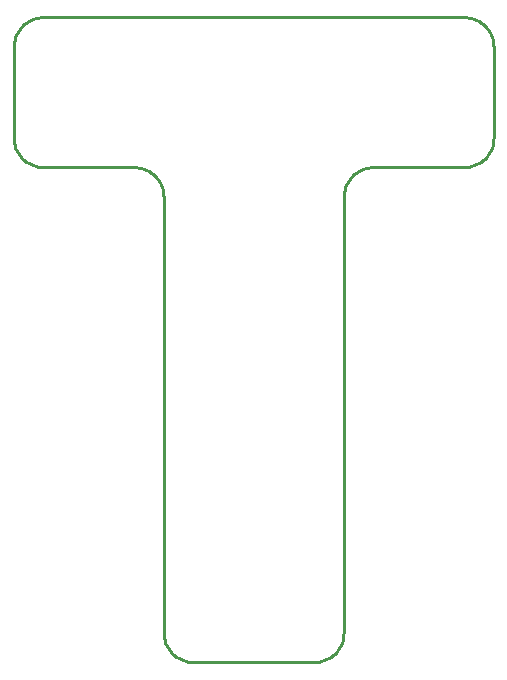
<source format=gbr>
G04 EAGLE Gerber RS-274X export*
G75*
%MOMM*%
%FSLAX34Y34*%
%LPD*%
%IN*%
%IPPOS*%
%AMOC8*
5,1,8,0,0,1.08239X$1,22.5*%
G01*
%ADD10C,0.254000*%


D10*
X-203200Y228600D02*
X-203103Y226386D01*
X-202814Y224189D01*
X-202335Y222026D01*
X-201668Y219913D01*
X-200820Y217866D01*
X-199797Y215900D01*
X-198606Y214031D01*
X-197258Y212273D01*
X-195761Y210640D01*
X-194127Y209142D01*
X-192369Y207794D01*
X-190500Y206603D01*
X-188535Y205580D01*
X-186487Y204732D01*
X-184374Y204065D01*
X-182211Y203586D01*
X-180014Y203297D01*
X-177800Y203200D01*
X-101600Y203200D01*
X-99386Y203103D01*
X-97189Y202814D01*
X-95026Y202335D01*
X-92913Y201668D01*
X-90866Y200820D01*
X-88900Y199797D01*
X-87031Y198606D01*
X-85273Y197258D01*
X-83640Y195761D01*
X-82142Y194127D01*
X-80794Y192369D01*
X-79603Y190500D01*
X-78580Y188535D01*
X-77732Y186487D01*
X-77065Y184374D01*
X-76586Y182211D01*
X-76297Y180014D01*
X-76200Y177800D01*
X-76200Y-190500D01*
X-76103Y-192714D01*
X-75814Y-194911D01*
X-75335Y-197074D01*
X-74668Y-199187D01*
X-73820Y-201235D01*
X-72797Y-203200D01*
X-71606Y-205069D01*
X-70258Y-206827D01*
X-68761Y-208461D01*
X-67127Y-209958D01*
X-65369Y-211306D01*
X-63500Y-212497D01*
X-61535Y-213520D01*
X-59487Y-214368D01*
X-57374Y-215035D01*
X-55211Y-215514D01*
X-53014Y-215803D01*
X-50800Y-215900D01*
X50800Y-215900D01*
X53014Y-215803D01*
X55211Y-215514D01*
X57374Y-215035D01*
X59487Y-214368D01*
X61535Y-213520D01*
X63500Y-212497D01*
X65369Y-211306D01*
X67127Y-209958D01*
X68761Y-208461D01*
X70258Y-206827D01*
X71606Y-205069D01*
X72797Y-203200D01*
X73820Y-201235D01*
X74668Y-199187D01*
X75335Y-197074D01*
X75814Y-194911D01*
X76103Y-192714D01*
X76200Y-190500D01*
X76200Y177800D01*
X76297Y180014D01*
X76586Y182211D01*
X77065Y184374D01*
X77732Y186487D01*
X78580Y188535D01*
X79603Y190500D01*
X80794Y192369D01*
X82142Y194127D01*
X83640Y195761D01*
X85273Y197258D01*
X87031Y198606D01*
X88900Y199797D01*
X90866Y200820D01*
X92913Y201668D01*
X95026Y202335D01*
X97189Y202814D01*
X99386Y203103D01*
X101600Y203200D01*
X177800Y203200D01*
X180014Y203297D01*
X182211Y203586D01*
X184374Y204065D01*
X186487Y204732D01*
X188535Y205580D01*
X190500Y206603D01*
X192369Y207794D01*
X194127Y209142D01*
X195761Y210640D01*
X197258Y212273D01*
X198606Y214031D01*
X199797Y215900D01*
X200820Y217866D01*
X201668Y219913D01*
X202335Y222026D01*
X202814Y224189D01*
X203103Y226386D01*
X203200Y228600D01*
X203200Y304800D01*
X203103Y307014D01*
X202814Y309211D01*
X202335Y311374D01*
X201668Y313487D01*
X200820Y315535D01*
X199797Y317500D01*
X198606Y319369D01*
X197258Y321127D01*
X195761Y322761D01*
X194127Y324258D01*
X192369Y325606D01*
X190500Y326797D01*
X188535Y327820D01*
X186487Y328668D01*
X184374Y329335D01*
X182211Y329814D01*
X180014Y330103D01*
X177800Y330200D01*
X-177800Y330200D01*
X-180014Y330103D01*
X-182211Y329814D01*
X-184374Y329335D01*
X-186487Y328668D01*
X-188535Y327820D01*
X-190500Y326797D01*
X-192369Y325606D01*
X-194127Y324258D01*
X-195761Y322761D01*
X-197258Y321127D01*
X-198606Y319369D01*
X-199797Y317500D01*
X-200820Y315535D01*
X-201668Y313487D01*
X-202335Y311374D01*
X-202814Y309211D01*
X-203103Y307014D01*
X-203200Y304800D01*
X-203200Y228600D01*
M02*

</source>
